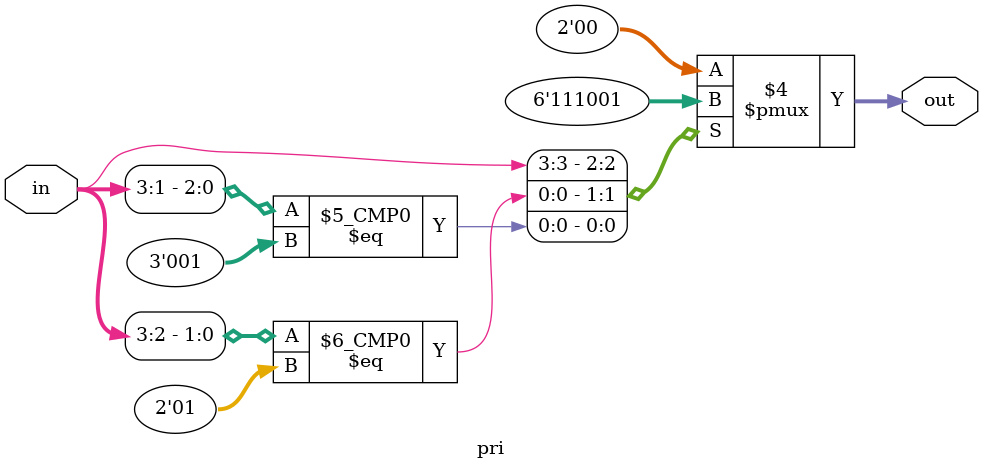
<source format=v>
module pri(output reg [1:0] out,
    input [3:0] in);
    always @(*) begin;
        casex(in)
            4'b1xxx: out = 2'b11; // in[3] is high
            4'b01xx: out = 2'b10; // in[2] is high
            4'b001x: out = 2'b01; // in[1] is high
            4'b0001: out = 2'b00; // in[0] is high
            default: out = 2'b00; // all inputs are 0
        endcase
    end;
endmodule
</source>
